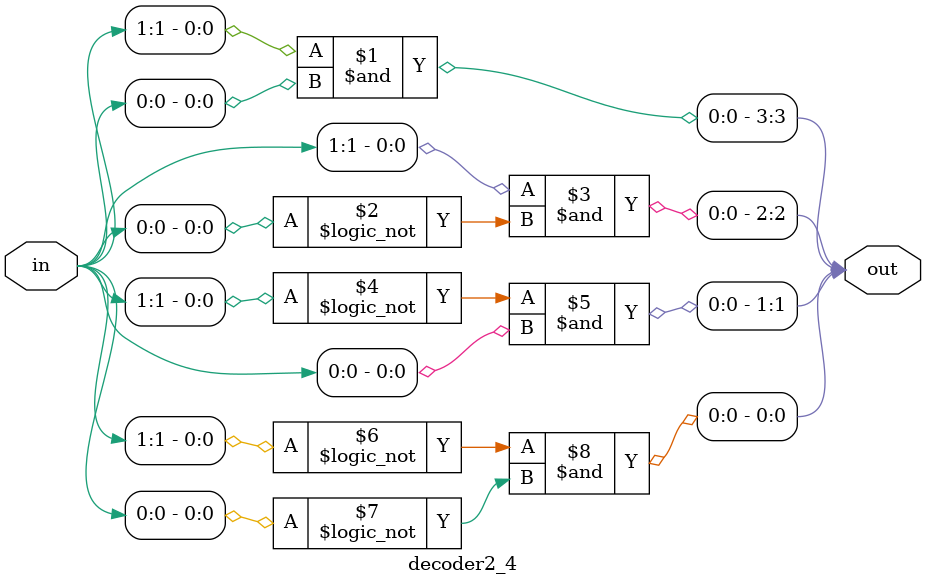
<source format=v>
module CON_FF(out, IR, Bus_data, CON_en);
	input[31:0] IR, Bus_data;
	input CON_en;
	output out;
	reg out;
	wire eq_in, ne_in, gte_in, lt_in, or_out;
	wire[3:0] decoder_output;
	decoder2_4 IR_decoder(decoder_output, IR[1:0]);
	assign eq_in = ~| Bus_data;
	assign ne_in = !eq_in;
	assign gte_in = Bus_data[31];
	assign lt_in = !gte_in;
	assign or_out = (decoder_output[0] & eq_in) | (decoder_output[1] & ne_in) | (decoder_output[2] & gte_in) | (decoder_output[3] & lt_in) ;
	
	always @(*) begin
		out = or_out & CON_en;
		end
endmodule

module decoder2_4(out, in);
	input[1:0] in;
	output[3:0] out;
	assign out[3] = in[1] & in[0];
	assign out[2] = in[1] & !(in[0]);
	assign out[1] = !(in[1]) & in[0];
	assign out[0] = !(in[1]) & !(in[0]);
endmodule
</source>
